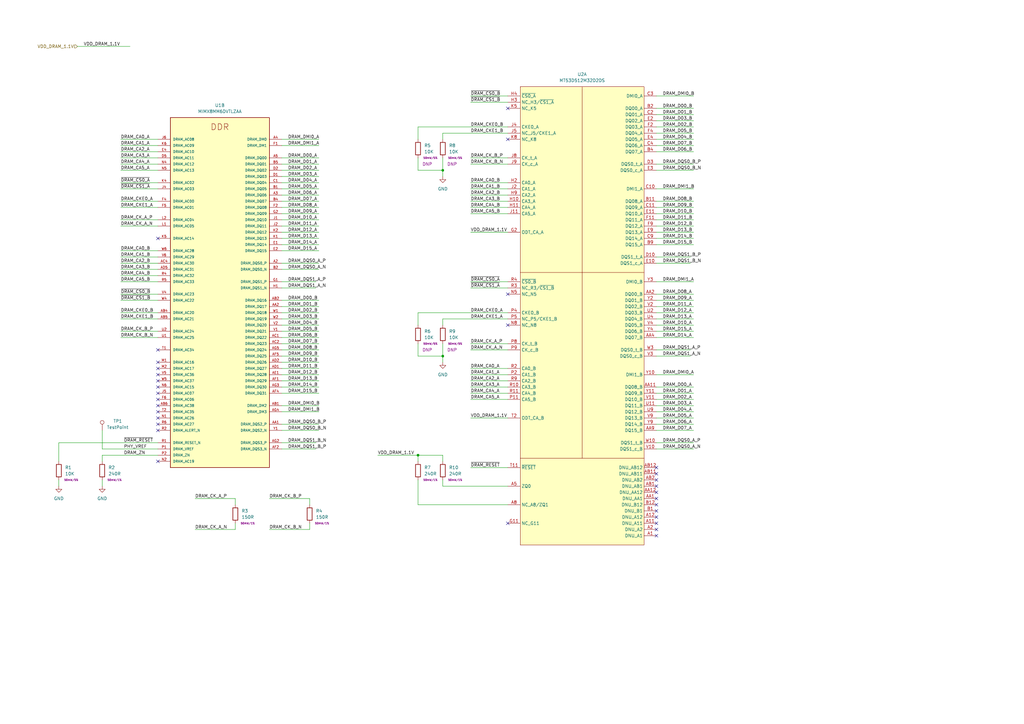
<source format=kicad_sch>
(kicad_sch (version 20211123) (generator eeschema)
  (paper "A3")
  (title_block (title "QSBC") (rev "1") (company "Q-LAB"))
  (junction (at 181.61 146.05))
  (junction (at 171.45 186.69))
  (junction (at 181.61 69.85))
  (no_connect (at 64.77 97.79))
  (no_connect (at 64.77 143.51))
  (no_connect (at 208.28 133.35))
  (no_connect (at 208.28 44.45))
  (no_connect (at 208.28 57.15))
  (no_connect (at 269.24 196.85))
  (no_connect (at 269.24 191.77))
  (no_connect (at 269.24 199.39))
  (no_connect (at 269.24 194.31))
  (no_connect (at 269.24 207.01))
  (no_connect (at 269.24 204.47))
  (no_connect (at 269.24 201.93))
  (no_connect (at 208.28 214.63))
  (no_connect (at 269.24 219.71))
  (no_connect (at 269.24 217.17))
  (no_connect (at 269.24 212.09))
  (no_connect (at 269.24 214.63))
  (no_connect (at 269.24 209.55))
  (no_connect (at 208.28 120.65))
  (no_connect (at 64.77 189.23))
  (no_connect (at 64.77 176.53))
  (no_connect (at 64.77 168.91))
  (no_connect (at 64.77 171.45))
  (no_connect (at 64.77 173.99))
  (no_connect (at 64.77 166.37))
  (no_connect (at 64.77 148.59))
  (no_connect (at 64.77 158.75))
  (no_connect (at 64.77 163.83))
  (no_connect (at 64.77 151.13))
  (no_connect (at 64.77 156.21))
  (no_connect (at 64.77 161.29))
  (no_connect (at 64.77 153.67))
  (wire (pts (xy 96.52 214.63) (xy 96.52 217.17)))
  (wire (pts (xy 193.04 67.31) (xy 208.28 67.31)))
  (wire (pts (xy 49.53 128.27) (xy 64.77 128.27)))
  (wire (pts (xy 115.57 57.15) (xy 130.81 57.15)))
  (wire (pts (xy 269.24 44.45) (xy 284.48 44.45)))
  (wire (pts (xy 115.57 59.69) (xy 130.81 59.69)))
  (wire (pts (xy 193.04 158.75) (xy 208.28 158.75)))
  (wire (pts (xy 193.04 171.45) (xy 208.28 171.45)))
  (wire (pts (xy 269.24 146.05) (xy 283.21 146.05)))
  (wire (pts (xy 171.45 146.05) (xy 181.61 146.05)))
  (wire (pts (xy 193.04 151.13) (xy 208.28 151.13)))
  (wire (pts (xy 181.61 133.35) (xy 181.61 130.81)))
  (wire (pts (xy 49.53 69.85) (xy 64.77 69.85)))
  (wire (pts (xy 115.57 146.05) (xy 130.81 146.05)))
  (wire (pts (xy 269.24 163.83) (xy 284.48 163.83)))
  (wire (pts (xy 171.45 52.07) (xy 208.28 52.07)))
  (wire (pts (xy 41.91 184.15) (xy 64.77 184.15)))
  (wire (pts (xy 269.24 143.51) (xy 283.21 143.51)))
  (wire (pts (xy 269.24 49.53) (xy 284.48 49.53)))
  (wire (pts (xy 269.24 87.63) (xy 284.48 87.63)))
  (wire (pts (xy 171.45 133.35) (xy 171.45 128.27)))
  (wire (pts (xy 115.57 161.29) (xy 130.81 161.29)))
  (wire (pts (xy 115.57 143.51) (xy 130.81 143.51)))
  (wire (pts (xy 115.57 168.91) (xy 130.81 168.91)))
  (wire (pts (xy 115.57 100.33) (xy 130.81 100.33)))
  (wire (pts (xy 115.57 138.43) (xy 130.81 138.43)))
  (wire (pts (xy 24.13 181.61) (xy 24.13 189.23)))
  (wire (pts (xy 193.04 80.01) (xy 208.28 80.01)))
  (wire (pts (xy 269.24 181.61) (xy 284.48 181.61)))
  (wire (pts (xy 49.53 123.19) (xy 64.77 123.19)))
  (wire (pts (xy 181.61 130.81) (xy 208.28 130.81)))
  (wire (pts (xy 49.53 135.89) (xy 64.77 135.89)))
  (wire (pts (xy 269.24 115.57) (xy 284.48 115.57)))
  (wire (pts (xy 181.61 140.97) (xy 181.61 146.05)))
  (wire (pts (xy 171.45 140.97) (xy 171.45 146.05)))
  (wire (pts (xy 115.57 87.63) (xy 130.81 87.63)))
  (wire (pts (xy 269.24 133.35) (xy 284.48 133.35)))
  (wire (pts (xy 193.04 191.77) (xy 208.28 191.77)))
  (wire (pts (xy 115.57 118.11) (xy 129.54 118.11)))
  (wire (pts (xy 181.61 186.69) (xy 171.45 186.69)))
  (wire (pts (xy 193.04 41.91) (xy 208.28 41.91)))
  (wire (pts (xy 96.52 207.01) (xy 96.52 204.47)))
  (wire (pts (xy 193.04 39.37) (xy 208.28 39.37)))
  (wire (pts (xy 115.57 80.01) (xy 130.81 80.01)))
  (wire (pts (xy 115.57 107.95) (xy 130.81 107.95)))
  (wire (pts (xy 24.13 181.61) (xy 64.77 181.61)))
  (wire (pts (xy 110.49 204.47) (xy 127 204.47)))
  (wire (pts (xy 49.53 92.71) (xy 64.77 92.71)))
  (wire (pts (xy 269.24 105.41) (xy 283.21 105.41)))
  (wire (pts (xy 269.24 158.75) (xy 284.48 158.75)))
  (wire (pts (xy 154.94 186.69) (xy 171.45 186.69)))
  (wire (pts (xy 115.57 153.67) (xy 130.81 153.67)))
  (wire (pts (xy 115.57 64.77) (xy 130.81 64.77)))
  (wire (pts (xy 171.45 196.85) (xy 171.45 207.01)))
  (wire (pts (xy 193.04 85.09) (xy 208.28 85.09)))
  (wire (pts (xy 193.04 82.55) (xy 208.28 82.55)))
  (wire (pts (xy 115.57 156.21) (xy 130.81 156.21)))
  (wire (pts (xy 269.24 100.33) (xy 284.48 100.33)))
  (wire (pts (xy 269.24 123.19) (xy 284.48 123.19)))
  (wire (pts (xy 115.57 74.93) (xy 130.81 74.93)))
  (wire (pts (xy 49.53 82.55) (xy 64.77 82.55)))
  (wire (pts (xy 49.53 57.15) (xy 64.77 57.15)))
  (wire (pts (xy 269.24 69.85) (xy 284.48 69.85)))
  (wire (pts (xy 115.57 173.99) (xy 130.81 173.99)))
  (wire (pts (xy 115.57 135.89) (xy 130.81 135.89)))
  (wire (pts (xy 115.57 128.27) (xy 130.81 128.27)))
  (wire (pts (xy 49.53 62.23) (xy 64.77 62.23)))
  (wire (pts (xy 115.57 102.87) (xy 130.81 102.87)))
  (wire (pts (xy 49.53 64.77) (xy 64.77 64.77)))
  (wire (pts (xy 269.24 82.55) (xy 284.48 82.55)))
  (wire (pts (xy 269.24 97.79) (xy 284.48 97.79)))
  (wire (pts (xy 49.53 90.17) (xy 64.77 90.17)))
  (wire (pts (xy 193.04 153.67) (xy 208.28 153.67)))
  (wire (pts (xy 181.61 189.23) (xy 181.61 186.69)))
  (wire (pts (xy 115.57 148.59) (xy 130.81 148.59)))
  (wire (pts (xy 127 214.63) (xy 127 217.17)))
  (wire (pts (xy 115.57 82.55) (xy 130.81 82.55)))
  (wire (pts (xy 41.91 189.23) (xy 41.91 186.69)))
  (wire (pts (xy 80.01 217.17) (xy 96.52 217.17)))
  (wire (pts (xy 193.04 140.97) (xy 208.28 140.97)))
  (wire (pts (xy 115.57 151.13) (xy 130.81 151.13)))
  (wire (pts (xy 115.57 69.85) (xy 130.81 69.85)))
  (wire (pts (xy 269.24 90.17) (xy 284.48 90.17)))
  (wire (pts (xy 115.57 158.75) (xy 130.81 158.75)))
  (wire (pts (xy 181.61 64.77) (xy 181.61 69.85)))
  (wire (pts (xy 269.24 173.99) (xy 284.48 173.99)))
  (wire (pts (xy 41.91 196.85) (xy 41.91 199.39)))
  (wire (pts (xy 181.61 199.39) (xy 208.28 199.39)))
  (wire (pts (xy 193.04 115.57) (xy 208.28 115.57)))
  (wire (pts (xy 49.53 67.31) (xy 64.77 67.31)))
  (wire (pts (xy 80.01 204.47) (xy 96.52 204.47)))
  (wire (pts (xy 269.24 130.81) (xy 284.48 130.81)))
  (wire (pts (xy 171.45 207.01) (xy 208.28 207.01)))
  (wire (pts (xy 269.24 168.91) (xy 284.48 168.91)))
  (wire (pts (xy 193.04 77.47) (xy 208.28 77.47)))
  (wire (pts (xy 269.24 46.99) (xy 284.48 46.99)))
  (wire (pts (xy 269.24 184.15) (xy 284.48 184.15)))
  (wire (pts (xy 49.53 102.87) (xy 64.77 102.87)))
  (wire (pts (xy 269.24 77.47) (xy 284.48 77.47)))
  (wire (pts (xy 269.24 62.23) (xy 284.48 62.23)))
  (wire (pts (xy 269.24 153.67) (xy 284.48 153.67)))
  (wire (pts (xy 269.24 120.65) (xy 284.48 120.65)))
  (wire (pts (xy 181.61 196.85) (xy 181.61 199.39)))
  (wire (pts (xy 269.24 125.73) (xy 284.48 125.73)))
  (wire (pts (xy 41.91 176.53) (xy 41.91 184.15)))
  (wire (pts (xy 115.57 77.47) (xy 130.81 77.47)))
  (wire (pts (xy 49.53 120.65) (xy 64.77 120.65)))
  (wire (pts (xy 171.45 64.77) (xy 171.45 69.85)))
  (wire (pts (xy 269.24 166.37) (xy 284.48 166.37)))
  (wire (pts (xy 269.24 39.37) (xy 284.48 39.37)))
  (wire (pts (xy 115.57 92.71) (xy 130.81 92.71)))
  (wire (pts (xy 49.53 59.69) (xy 64.77 59.69)))
  (wire (pts (xy 115.57 97.79) (xy 130.81 97.79)))
  (wire (pts (xy 269.24 57.15) (xy 284.48 57.15)))
  (wire (pts (xy 269.24 52.07) (xy 284.48 52.07)))
  (wire (pts (xy 171.45 128.27) (xy 208.28 128.27)))
  (wire (pts (xy 181.61 54.61) (xy 208.28 54.61)))
  (wire (pts (xy 31.75 19.05) (xy 53.34 19.05)))
  (wire (pts (xy 127 207.01) (xy 127 204.47)))
  (wire (pts (xy 269.24 95.25) (xy 284.48 95.25)))
  (wire (pts (xy 115.57 184.15) (xy 129.54 184.15)))
  (wire (pts (xy 115.57 115.57) (xy 129.54 115.57)))
  (wire (pts (xy 181.61 146.05) (xy 181.61 148.59)))
  (wire (pts (xy 49.53 115.57) (xy 64.77 115.57)))
  (wire (pts (xy 49.53 130.81) (xy 64.77 130.81)))
  (wire (pts (xy 269.24 138.43) (xy 284.48 138.43)))
  (wire (pts (xy 64.77 186.69) (xy 41.91 186.69)))
  (wire (pts (xy 49.53 107.95) (xy 64.77 107.95)))
  (wire (pts (xy 115.57 85.09) (xy 130.81 85.09)))
  (wire (pts (xy 115.57 181.61) (xy 129.54 181.61)))
  (wire (pts (xy 269.24 161.29) (xy 284.48 161.29)))
  (wire (pts (xy 115.57 133.35) (xy 130.81 133.35)))
  (wire (pts (xy 115.57 125.73) (xy 130.81 125.73)))
  (wire (pts (xy 181.61 69.85) (xy 181.61 72.39)))
  (wire (pts (xy 115.57 67.31) (xy 130.81 67.31)))
  (wire (pts (xy 269.24 85.09) (xy 284.48 85.09)))
  (wire (pts (xy 49.53 138.43) (xy 64.77 138.43)))
  (wire (pts (xy 269.24 171.45) (xy 284.48 171.45)))
  (wire (pts (xy 110.49 217.17) (xy 127 217.17)))
  (wire (pts (xy 115.57 110.49) (xy 130.81 110.49)))
  (wire (pts (xy 115.57 166.37) (xy 130.81 166.37)))
  (wire (pts (xy 193.04 118.11) (xy 208.28 118.11)))
  (wire (pts (xy 171.45 186.69) (xy 171.45 189.23)))
  (wire (pts (xy 115.57 95.25) (xy 130.81 95.25)))
  (wire (pts (xy 49.53 74.93) (xy 64.77 74.93)))
  (wire (pts (xy 193.04 87.63) (xy 208.28 87.63)))
  (wire (pts (xy 115.57 130.81) (xy 130.81 130.81)))
  (wire (pts (xy 115.57 90.17) (xy 130.81 90.17)))
  (wire (pts (xy 193.04 161.29) (xy 208.28 161.29)))
  (wire (pts (xy 49.53 105.41) (xy 64.77 105.41)))
  (wire (pts (xy 269.24 128.27) (xy 284.48 128.27)))
  (wire (pts (xy 49.53 85.09) (xy 64.77 85.09)))
  (wire (pts (xy 171.45 57.15) (xy 171.45 52.07)))
  (wire (pts (xy 49.53 113.03) (xy 64.77 113.03)))
  (wire (pts (xy 115.57 176.53) (xy 130.81 176.53)))
  (wire (pts (xy 269.24 92.71) (xy 284.48 92.71)))
  (wire (pts (xy 115.57 123.19) (xy 130.81 123.19)))
  (wire (pts (xy 269.24 107.95) (xy 283.21 107.95)))
  (wire (pts (xy 24.13 196.85) (xy 24.13 199.39)))
  (wire (pts (xy 193.04 95.25) (xy 208.28 95.25)))
  (wire (pts (xy 181.61 57.15) (xy 181.61 54.61)))
  (wire (pts (xy 193.04 143.51) (xy 208.28 143.51)))
  (wire (pts (xy 193.04 156.21) (xy 208.28 156.21)))
  (wire (pts (xy 269.24 54.61) (xy 284.48 54.61)))
  (wire (pts (xy 49.53 77.47) (xy 64.77 77.47)))
  (wire (pts (xy 49.53 110.49) (xy 64.77 110.49)))
  (wire (pts (xy 193.04 163.83) (xy 208.28 163.83)))
  (wire (pts (xy 269.24 59.69) (xy 284.48 59.69)))
  (wire (pts (xy 193.04 64.77) (xy 208.28 64.77)))
  (wire (pts (xy 269.24 135.89) (xy 284.48 135.89)))
  (wire (pts (xy 269.24 176.53) (xy 284.48 176.53)))
  (wire (pts (xy 171.45 69.85) (xy 181.61 69.85)))
  (wire (pts (xy 193.04 74.93) (xy 208.28 74.93)))
  (wire (pts (xy 115.57 140.97) (xy 130.81 140.97)))
  (wire (pts (xy 115.57 72.39) (xy 130.81 72.39)))
  (wire (pts (xy 269.24 67.31) (xy 284.48 67.31)))
  (label "DRAM_D04_B" (at 271.78 57.15 0))
  (label "DRAM_D00_A" (at 118.11 64.77 0))
  (label "DRAM_D08_B" (at 118.11 143.51 0))
  (label "DRAM_CKE1_B" (at 193.04 54.61 0))
  (label "DRAM_D10_A" (at 271.78 133.35 0))
  (label "DRAM_D15_A" (at 271.78 135.89 0))
  (label "DRAM_D09_B" (at 271.78 85.09 0))
  (label "DRAM_D05_A" (at 271.78 171.45 0))
  (label "VDD_DRAM_1.1V" (at 193.04 95.25 0))
  (label "DRAM_CKE0_B" (at 49.53 128.27 0))
  (label "DRAM_D11_A" (at 118.11 92.71 0))
  (label "DRAM_D09_B" (at 118.11 146.05 0))
  (label "DRAM_D00_A" (at 271.78 158.75 0))
  (label "DRAM_D07_B" (at 271.78 59.69 0))
  (label "DRAM_CK_B_P" (at 110.49 204.47 0))
  (label "DRAM_CKE0_A" (at 193.04 128.27 0))
  (label "DRAM_DQS1_B_P" (at 271.78 105.41 0))
  (label "DRAM_CA1_A" (at 193.04 153.67 0))
  (label "DRAM_DQS0_A_P" (at 271.78 181.61 0))
  (label "DRAM_D14_B" (at 118.11 158.75 0))
  (label "DRAM_DMI1_B" (at 118.11 168.91 0))
  (label "DRAM_D15_B" (at 118.11 161.29 0))
  (label "DRAM_D10_B" (at 271.78 87.63 0))
  (label "~{DRAM_CS1_B}" (at 193.04 41.91 0))
  (label "DRAM_DMI0_A" (at 118.11 57.15 0))
  (label "DRAM_CA0_A" (at 193.04 151.13 0))
  (label "DRAM_DQS1_A_P" (at 271.78 143.51 0))
  (label "DRAM_CKE1_A" (at 193.04 130.81 0))
  (label "DRAM_CA1_A" (at 49.53 59.69 0))
  (label "DRAM_CA4_B" (at 49.53 113.03 0))
  (label "DRAM_DQS1_A_N" (at 271.78 146.05 0))
  (label "DRAM_DQS0_B_P" (at 271.78 67.31 0))
  (label "DRAM_D07_A" (at 118.11 82.55 0))
  (label "DRAM_CK_A_P" (at 193.04 140.97 0))
  (label "DRAM_D04_A" (at 271.78 168.91 0))
  (label "DRAM_D12_B" (at 118.11 153.67 0))
  (label "DRAM_CA2_A" (at 49.53 62.23 0))
  (label "DRAM_D13_A" (at 118.11 97.79 0))
  (label "DRAM_DQS1_A_N" (at 118.11 118.11 0))
  (label "DRAM_D06_A" (at 271.78 173.99 0))
  (label "DRAM_D10_A" (at 118.11 90.17 0))
  (label "DRAM_D12_B" (at 271.78 92.71 0))
  (label "DRAM_D00_B" (at 118.11 123.19 0))
  (label "DRAM_CA0_A" (at 49.53 57.15 0))
  (label "DRAM_CA5_B" (at 193.04 87.63 0))
  (label "DRAM_D04_B" (at 118.11 133.35 0))
  (label "DRAM_DQS1_B_N" (at 118.11 181.61 0))
  (label "~{DRAM_RESET}" (at 50.8 181.61 0))
  (label "DRAM_D01_B" (at 118.11 125.73 0))
  (label "DRAM_D15_B" (at 271.78 100.33 0))
  (label "DRAM_D00_B" (at 271.78 44.45 0))
  (label "DRAM_D05_B" (at 118.11 135.89 0))
  (label "DRAM_CA4_B" (at 193.04 85.09 0))
  (label "~{DRAM_CS0_A}" (at 193.04 115.57 0))
  (label "DRAM_CKE1_B" (at 49.53 130.81 0))
  (label "VDD_DRAM_1.1V" (at 154.94 186.69 0))
  (label "DRAM_D05_B" (at 271.78 54.61 0))
  (label "DRAM_DQS1_B_N" (at 271.78 107.95 0))
  (label "DRAM_D13_A" (at 271.78 130.81 0))
  (label "DRAM_CA5_A" (at 193.04 163.83 0))
  (label "DRAM_CA4_A" (at 49.53 67.31 0))
  (label "DRAM_DQS0_A_P" (at 118.11 107.95 0))
  (label "DRAM_D13_B" (at 271.78 95.25 0))
  (label "DRAM_D08_A" (at 118.11 85.09 0))
  (label "~{DRAM_CS0_B}" (at 49.53 120.65 0))
  (label "DRAM_D14_A" (at 118.11 100.33 0))
  (label "DRAM_D07_B" (at 118.11 140.97 0))
  (label "DRAM_DQS1_B_P" (at 118.11 184.15 0))
  (label "DRAM_D07_A" (at 271.78 176.53 0))
  (label "DRAM_CA0_B" (at 49.53 102.87 0))
  (label "DRAM_CA5_A" (at 49.53 69.85 0))
  (label "DRAM_DMI0_A" (at 271.78 153.67 0))
  (label "DRAM_D02_A" (at 271.78 163.83 0))
  (label "DRAM_CK_B_N" (at 110.49 217.17 0))
  (label "DRAM_CK_B_P" (at 193.04 64.77 0))
  (label "DRAM_D04_A" (at 118.11 74.93 0))
  (label "DRAM_CA3_A" (at 49.53 64.77 0))
  (label "DRAM_D01_A" (at 118.11 67.31 0))
  (label "DRAM_CA5_B" (at 49.53 115.57 0))
  (label "~{DRAM_CS1_B}" (at 49.53 123.19 0))
  (label "VDD_DRAM_1.1V" (at 193.04 171.45 0))
  (label "~{DRAM_CS0_B}" (at 193.04 39.37 0))
  (label "DRAM_CKE0_A" (at 49.53 82.55 0))
  (label "~{DRAM_CS0_A}" (at 49.53 74.93 0))
  (label "VDD_DRAM_1.1V" (at 34.29 19.05 0))
  (label "DRAM_CK_B_N" (at 49.53 138.43 0))
  (label "DRAM_CA3_A" (at 193.04 158.75 0))
  (label "DRAM_CK_B_N" (at 193.04 67.31 0))
  (label "DRAM_D12_A" (at 118.11 95.25 0))
  (label "DRAM_CK_B_P" (at 49.53 135.89 0))
  (label "DRAM_CK_A_N" (at 193.04 143.51 0))
  (label "DRAM_CK_A_N" (at 80.01 217.17 0))
  (label "DRAM_D06_B" (at 118.11 138.43 0))
  (label "DRAM_DMI0_B" (at 271.78 39.37 0))
  (label "DRAM_DQS0_A_N" (at 271.78 184.15 0))
  (label "DRAM_CA3_B" (at 193.04 82.55 0))
  (label "DRAM_D11_A" (at 271.78 125.73 0))
  (label "DRAM_ZN" (at 50.8 186.69 0))
  (label "~{DRAM_CS1_A}" (at 193.04 118.11 0))
  (label "~{DRAM_CS1_A}" (at 49.53 77.47 0))
  (label "DRAM_CA2_B" (at 49.53 107.95 0))
  (label "DRAM_D10_B" (at 118.11 148.59 0))
  (label "DRAM_D02_B" (at 271.78 52.07 0))
  (label "DRAM_DQS1_A_P" (at 118.11 115.57 0))
  (label "DRAM_CA2_B" (at 193.04 80.01 0))
  (label "DRAM_DQS0_A_N" (at 118.11 110.49 0))
  (label "DRAM_D03_A" (at 271.78 166.37 0))
  (label "DRAM_D01_B" (at 271.78 46.99 0))
  (label "DRAM_CKE0_B" (at 193.04 52.07 0))
  (label "DRAM_CK_A_N" (at 49.53 92.71 0))
  (label "DRAM_DQS0_B_N" (at 118.11 176.53 0))
  (label "DRAM_CA4_A" (at 193.04 161.29 0))
  (label "DRAM_DMI1_B" (at 271.78 77.47 0))
  (label "DRAM_D08_B" (at 271.78 82.55 0))
  (label "DRAM_D08_A" (at 271.78 120.65 0))
  (label "DRAM_DMI1_A" (at 118.11 59.69 0))
  (label "DRAM_D15_A" (at 118.11 102.87 0))
  (label "DRAM_DMI1_A" (at 271.78 115.57 0))
  (label "DRAM_D06_A" (at 118.11 80.01 0))
  (label "DRAM_CK_A_P" (at 80.01 204.47 0))
  (label "DRAM_D12_A" (at 271.78 128.27 0))
  (label "DRAM_D09_A" (at 271.78 123.19 0))
  (label "DRAM_D14_A" (at 271.78 138.43 0))
  (label "DRAM_D03_B" (at 118.11 130.81 0))
  (label "DRAM_CKE1_A" (at 49.53 85.09 0))
  (label "DRAM_D09_A" (at 118.11 87.63 0))
  (label "DRAM_D03_A" (at 118.11 72.39 0))
  (label "DRAM_CA1_B" (at 193.04 77.47 0))
  (label "DRAM_D13_B" (at 118.11 156.21 0))
  (label "DRAM_D14_B" (at 271.78 97.79 0))
  (label "DRAM_D02_B" (at 118.11 128.27 0))
  (label "DRAM_D03_B" (at 271.78 49.53 0))
  (label "DRAM_CA3_B" (at 49.53 110.49 0))
  (label "DRAM_DQS0_B_N" (at 271.78 69.85 0))
  (label "DRAM_D11_B" (at 271.78 90.17 0))
  (label "DRAM_D11_B" (at 118.11 151.13 0))
  (label "DRAM_CA1_B" (at 49.53 105.41 0))
  (label "DRAM_CA0_B" (at 193.04 74.93 0))
  (label "DRAM_D01_A" (at 271.78 161.29 0))
  (label "DRAM_DQS0_B_P" (at 118.11 173.99 0))
  (label "DRAM_DMI0_B" (at 118.11 166.37 0))
  (label "DRAM_CK_A_P" (at 49.53 90.17 0))
  (label "PHY_VREF" (at 50.8 184.15 0))
  (label "DRAM_D06_B" (at 271.78 62.23 0))
  (label "~{DRAM_RESET}" (at 193.04 191.77 0))
  (label "DRAM_D05_A" (at 118.11 77.47 0))
  (label "DRAM_D02_A" (at 118.11 69.85 0))
  (label "DRAM_CA2_A" (at 193.04 156.21 0))
  (hierarchical_label "VDD_DRAM_1.1V" (shape input) (at 31.75 19.05 180))
  (symbol (lib_id "Device:R") (at 171.45 193.04 180) (unit 1)
    (property "Reference" "R7" (at 173.99 191.7699 0) (effects (justify right)))
    (property "Value" "240R" (at 173.99 194.3099 0) (effects (justify right)))
    (property "Footprint" "qsbc:R_0201_0603Metric" (effects hide))
    (property "Rating" "50mW/1%" (at 176.53 196.85 0) (effects (font (size 0.762 0.762))))
    (property "MPN" "RC0201FR-07240RL" (effects hide))
  )
  (symbol (lib_id "qsbc:MIMX8MM6DVTLZAA") (at 90.17 62.23 0) (unit 2)
    (property "Reference" "U1" (at 90.17 43.18 0))
    (property "Value" "MIMX8MM6DVTLZAA" (at 90.17 45.72 0))
    (property "Footprint" "qsbc:SOT1967-1" (effects hide))
    (property "Datasheet" "https://www.nxp.com/docs/en/data-sheet/IMX8MMCEC.pdf" (effects hide))
    (property "MPN" "MIMX8MM6DVTLZAA" (effects hide))
  )
  (symbol (lib_id "Device:R") (at 127 210.82 0) (unit 1)
    (property "Reference" "R4" (at 129.54 209.5499 0) (effects (justify left)))
    (property "Value" "150R" (at 129.54 212.0899 0) (effects (justify left)))
    (property "Footprint" "qsbc:R_0201_0603Metric" (effects hide))
    (property "Rating" "50mW/1%" (at 132.08 214.63 0) (effects (font (size 0.762 0.762))))
    (property "MPN" "RC0201FR-07150RL" (effects hide))
  )
  (symbol (lib_id "Device:R") (at 181.61 60.96 0) (unit 1)
    (property "Reference" "R8" (at 184.15 59.6899 0) (effects (justify left)))
    (property "Value" "10K" (at 184.15 62.2299 0) (effects (justify left)))
    (property "Footprint" "qsbc:R_0201_0603Metric" (effects hide))
    (property "Rating" "50mW/5%" (at 186.69 64.77 0) (effects (font (size 0.762 0.762))))
    (property "DNP" "DNP" (at 185.42 67.31 0))
    (property "MPN" "RC0201FR-0710KL" (effects hide))
  )
  (symbol (lib_id "Device:R") (at 181.61 193.04 180) (unit 1)
    (property "Reference" "R10" (at 184.15 191.7699 0) (effects (justify right)))
    (property "Value" "240R" (at 184.15 194.3099 0) (effects (justify right)))
    (property "Footprint" "qsbc:R_0201_0603Metric" (effects hide))
    (property "Rating" "50mW/1%" (at 186.69 196.85 0) (effects (font (size 0.762 0.762))))
    (property "MPN" "RC0201FR-07240RL" (effects hide))
  )
  (symbol (lib_id "Connector:TestPoint") (at 41.91 176.53 0) (mirror y) (unit 1)
    (property "Reference" "TP1" (at 48.26 172.72 0))
    (property "Value" "TestPoint" (at 48.26 175.26 0))
    (property "Footprint" "qsbc:TestPoint_Pad_D0.4mm" (effects hide))
  )
  (symbol (lib_id "Device:R") (at 24.13 193.04 0) (unit 1)
    (property "Reference" "R1" (at 26.67 191.7699 0) (effects (justify left)))
    (property "Value" "10K" (at 26.67 194.3099 0) (effects (justify left)))
    (property "Footprint" "qsbc:R_0201_0603Metric" (effects hide))
    (property "Rating" "50mW/5%" (at 29.21 196.85 0) (effects (font (size 0.762 0.762))))
    (property "MPN" "RC0201FR-0710KL" (effects hide))
  )
  (symbol (lib_id "Device:R") (at 171.45 137.16 0) (unit 1)
    (property "Reference" "R6" (at 173.99 135.8899 0) (effects (justify left)))
    (property "Value" "10K" (at 173.99 138.4299 0) (effects (justify left)))
    (property "Footprint" "qsbc:R_0201_0603Metric" (effects hide))
    (property "Rating" "50mW/5%" (at 176.53 140.97 0) (effects (font (size 0.762 0.762))))
    (property "DNP" "DNP" (at 175.26 143.51 0))
    (property "MPN" "RC0201FR-0710KL" (effects hide))
  )
  (symbol (lib_id "Device:R") (at 171.45 60.96 0) (unit 1)
    (property "Reference" "R5" (at 173.99 59.6899 0) (effects (justify left)))
    (property "Value" "10K" (at 173.99 62.2299 0) (effects (justify left)))
    (property "Footprint" "qsbc:R_0201_0603Metric" (effects hide))
    (property "Rating" "50mW/5%" (at 176.53 64.77 0) (effects (font (size 0.762 0.762))))
    (property "DNP" "DNP" (at 175.26 67.31 0))
    (property "MPN" "RC0201FR-0710KL" (effects hide))
  )
  (symbol (lib_id "Device:R") (at 181.61 137.16 0) (unit 1)
    (property "Reference" "R9" (at 184.15 135.8899 0) (effects (justify left)))
    (property "Value" "10K" (at 184.15 138.4299 0) (effects (justify left)))
    (property "Footprint" "qsbc:R_0201_0603Metric" (effects hide))
    (property "Rating" "50mW/5%" (at 186.69 140.97 0) (effects (font (size 0.762 0.762))))
    (property "DNP" "DNP" (at 185.42 143.51 0))
    (property "MPN" "RC0201FR-0710KL" (effects hide))
  )
  (symbol (lib_id "Device:R") (at 41.91 193.04 180) (unit 1)
    (property "Reference" "R2" (at 44.45 191.7699 0) (effects (justify right)))
    (property "Value" "240R" (at 44.45 194.3099 0) (effects (justify right)))
    (property "Footprint" "qsbc:R_0201_0603Metric" (effects hide))
    (property "Rating" "50mW/1%" (at 46.99 196.85 0) (effects (font (size 0.762 0.762))))
    (property "MPN" "RC0201FR-07240RL" (effects hide))
  )
  (symbol (lib_id "power:GND") (at 24.13 199.39 0) (mirror y) (unit 1)
    (property "Reference" "#PWR05" (effects hide))
    (property "Value" "GND" (at 24.13 204.47 0))
  )
  (symbol (lib_id "Device:R") (at 96.52 210.82 0) (unit 1)
    (property "Reference" "R3" (at 99.06 209.5499 0) (effects (justify left)))
    (property "Value" "150R" (at 99.06 212.0899 0) (effects (justify left)))
    (property "Footprint" "qsbc:R_0201_0603Metric" (effects hide))
    (property "Rating" "50mW/1%" (at 101.6 214.63 0) (effects (font (size 0.762 0.762))))
    (property "MPN" "RC0201FR-07150RL" (effects hide))
  )
  (symbol (lib_id "power:GND") (at 41.91 199.39 0) (mirror y) (unit 1)
    (property "Reference" "#PWR06" (effects hide))
    (property "Value" "GND" (at 41.91 204.47 0))
  )
  (symbol (lib_id "power:GND") (at 181.61 148.59 0) (unit 1)
    (property "Reference" "#PWR08" (effects hide))
    (property "Value" "GND" (at 181.61 153.67 0))
  )
  (symbol (lib_id "power:GND") (at 181.61 72.39 0) (unit 1)
    (property "Reference" "#PWR07" (effects hide))
    (property "Value" "GND" (at 181.61 77.47 0))
  )
  (symbol (lib_id "qsbc:MT53D512M32D2DS") (at 238.76 111.76 0) (unit 1)
    (property "Reference" "U2" (at 238.76 30.48 0))
    (property "Value" "MT53D512M32D2DS" (at 238.76 33.02 0))
    (property "Footprint" "Package_BGA:BGA-200_10.0x14.5mm_Layout12x22_P0.80x0.65mm" (effects hide))
    (property "Datasheet" "https://media-www.micron.com/-/media/client/global/documents/products/data-sheet/dram/mobile-dram/low-power-dram/lpddr4/200b_z11m_non_auto_lpddr4_lpddr4x.pdf?rev=3a9658f2622d43c4ae5713671b1e9e43" (effects hide))
    (property "MPN" "MT53D512M32D2DS-053WT:D" (effects hide))
  )
)
</source>
